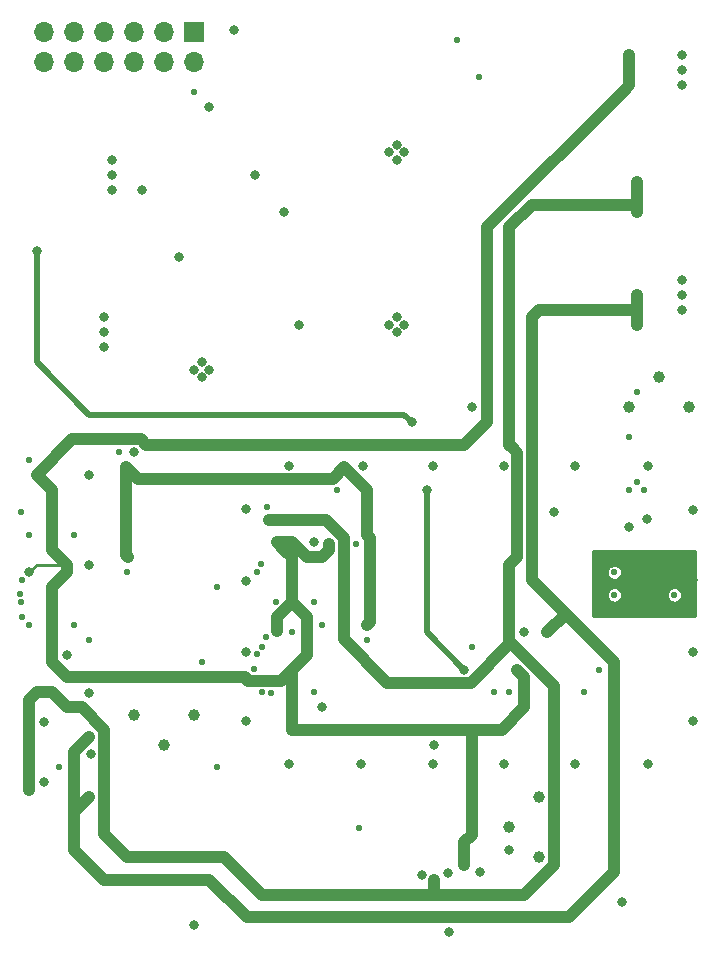
<source format=gbr>
%TF.GenerationSoftware,KiCad,Pcbnew,(5.1.5)-3*%
%TF.CreationDate,2020-10-12T09:52:32+02:00*%
%TF.ProjectId,PmodADC,506d6f64-4144-4432-9e6b-696361645f70,rev?*%
%TF.SameCoordinates,Original*%
%TF.FileFunction,Copper,L3,Inr*%
%TF.FilePolarity,Positive*%
%FSLAX46Y46*%
G04 Gerber Fmt 4.6, Leading zero omitted, Abs format (unit mm)*
G04 Created by KiCad (PCBNEW (5.1.5)-3) date 2020-10-12 09:52:32*
%MOMM*%
%LPD*%
G04 APERTURE LIST*
%TA.AperFunction,ViaPad*%
%ADD10O,1.700000X1.700000*%
%TD*%
%TA.AperFunction,ViaPad*%
%ADD11R,1.700000X1.700000*%
%TD*%
%TA.AperFunction,ViaPad*%
%ADD12C,1.000000*%
%TD*%
%TA.AperFunction,ViaPad*%
%ADD13C,0.800000*%
%TD*%
%TA.AperFunction,ViaPad*%
%ADD14C,0.550000*%
%TD*%
%TA.AperFunction,Conductor*%
%ADD15C,0.500000*%
%TD*%
%TA.AperFunction,Conductor*%
%ADD16C,1.000000*%
%TD*%
%TA.AperFunction,Conductor*%
%ADD17C,0.250000*%
%TD*%
%TA.AperFunction,Conductor*%
%ADD18C,0.254000*%
%TD*%
G04 APERTURE END LIST*
D10*
%TO.N,GND*%
%TO.C,J3*%
X-29845000Y123190000D03*
X-29845000Y125730000D03*
%TO.N,+3V3*%
X-27305000Y123190000D03*
X-27305000Y125730000D03*
%TO.N,/COMP*%
X-24765000Y123190000D03*
%TO.N,/S&H*%
X-24765000Y125730000D03*
%TO.N,/DAC_S*%
X-22225000Y123190000D03*
%TO.N,/ADC_S*%
X-22225000Y125730000D03*
%TO.N,/DAC_C*%
X-19685000Y123190000D03*
%TO.N,/ADC_C*%
X-19685000Y125730000D03*
%TO.N,/DAC_L*%
X-17145000Y123190000D03*
D11*
%TO.N,/ADC_L*%
X-17145000Y125730000D03*
%TD*%
D12*
%TO.N,GND*%
%TO.C,RV3*%
X-17145000Y67945000D03*
%TO.N,Net-(C37-Pad1)*%
X-22225000Y67945000D03*
%TO.N,Net-(RV3-Pad2)*%
X-19685000Y65405000D03*
%TD*%
%TO.N,+9V*%
%TO.C,RV2*%
X19685000Y93980000D03*
%TO.N,Net-(R65-Pad2)*%
X24765000Y93980000D03*
%TO.N,Net-(RV2-Pad2)*%
X22225000Y96520000D03*
%TD*%
%TO.N,N/C*%
%TO.C,RV1*%
X12065000Y55880000D03*
%TO.N,Net-(R37-Pad2)*%
X12065000Y60960000D03*
%TO.N,Net-(R38-Pad1)*%
X9525000Y58420000D03*
%TD*%
D13*
%TO.N,GND*%
X-26035000Y88265000D03*
X-24130000Y112395000D03*
X-24130000Y113665000D03*
X-24130000Y114935000D03*
X0Y116205000D03*
X-635000Y115570000D03*
X635000Y115570000D03*
X0Y114935000D03*
X0Y101600000D03*
X-635000Y100965000D03*
X635000Y100965000D03*
X0Y100330000D03*
X-24765000Y99060000D03*
X-24765000Y100330000D03*
X-24765000Y101600000D03*
X-15875000Y97155000D03*
X-16510000Y97790000D03*
X-17145000Y97155000D03*
X-16510000Y96520000D03*
X-8255000Y100965000D03*
X-18415000Y106680000D03*
X-15875000Y119380000D03*
X-17145000Y50165000D03*
X19050000Y52070000D03*
X4445000Y49530000D03*
X9525000Y56515000D03*
X-29845000Y62230000D03*
X-29845000Y67310000D03*
X-27940000Y73025000D03*
X-26035000Y80645000D03*
D14*
X-31811055Y77473642D03*
X-22860000Y80010000D03*
X-15240000Y78740000D03*
X-16510000Y72390000D03*
X-26035000Y74295000D03*
D13*
X13335000Y85090000D03*
X17145000Y81280000D03*
X17145000Y78105000D03*
X-6985000Y82550000D03*
X-6350000Y68580000D03*
X10795000Y74950019D03*
X2167810Y54417257D03*
X-25892175Y64627175D03*
X-26035000Y69759990D03*
D14*
X-6350000Y75565000D03*
X-2540000Y74295000D03*
X-12065000Y71800011D03*
X-5080000Y86995000D03*
X17145000Y71755000D03*
X9525000Y69850000D03*
D13*
X3175000Y65405000D03*
X6350000Y93980000D03*
X-22225000Y90170000D03*
X-21590000Y112395000D03*
D14*
X6350000Y73660000D03*
X-31806386Y85147159D03*
D13*
X19685000Y83820000D03*
X21135012Y84520447D03*
X-13774840Y125925160D03*
D14*
X-3429000Y82423000D03*
D13*
X24130000Y123825000D03*
X24130000Y122555000D03*
X24130000Y121285000D03*
X24130000Y104775000D03*
X24130000Y103505000D03*
X24130000Y102235000D03*
X-9100000Y89000000D03*
X-2900000Y89000000D03*
X3100000Y89000000D03*
X9100000Y89000000D03*
X15100000Y89000000D03*
X21300000Y89000000D03*
D14*
X-11024978Y85512213D03*
D13*
X-12800000Y85400000D03*
X-12800000Y79300000D03*
X-12800000Y73300000D03*
X-12800000Y67400000D03*
X-9100000Y63800000D03*
X-3000000Y63800000D03*
X3100000Y63800000D03*
X9100000Y63800000D03*
X15100000Y63800000D03*
X21300000Y63800000D03*
X25100000Y67400000D03*
X25100000Y73300000D03*
X25100000Y79400000D03*
X25100000Y85300000D03*
D14*
%TO.N,+3V3*%
X1270000Y92710000D03*
X2540000Y86995000D03*
D13*
X5715000Y71755000D03*
X-30480000Y107190000D03*
X1270000Y92710000D03*
X2540000Y86995000D03*
%TO.N,+5V*%
X-27940000Y80645000D03*
X5715000Y55245000D03*
X-31115000Y80010000D03*
X-29210000Y72390000D03*
X-30480000Y88265000D03*
X19685000Y121285000D03*
X19685000Y122555000D03*
X19685000Y123825000D03*
X-10160000Y82550000D03*
X-5715000Y82444989D03*
X-8890000Y66675000D03*
D14*
X10160000Y71755000D03*
D13*
X-10160000Y75020010D03*
%TO.N,Net-(C11-Pad1)*%
X-9525000Y110490000D03*
X-11974990Y113665000D03*
%TO.N,+9V*%
X-10795000Y84455000D03*
X20320000Y113030000D03*
X20320000Y111760000D03*
X20320000Y111760000D03*
X20320000Y110490000D03*
D14*
X9525000Y80645000D03*
X3175000Y53975000D03*
X-31115000Y66040000D03*
X-29845000Y69850000D03*
X9525000Y90805000D03*
D13*
%TO.N,-9V*%
X20320000Y103505000D03*
X20320000Y102235000D03*
X20320000Y100965000D03*
D14*
X-26035000Y66040000D03*
X-26035000Y60960000D03*
X-1270000Y50800000D03*
X12700000Y74930000D03*
%TO.N,/COMP*%
X8255000Y69850000D03*
X6985000Y121920000D03*
%TO.N,/S&H*%
X20955000Y86995000D03*
X5080000Y125095000D03*
%TO.N,/DAC_S*%
X-31750000Y76200000D03*
X-17145000Y120650000D03*
%TO.N,/ADC_S*%
X-11430000Y69850000D03*
%TO.N,/DAC_C*%
X-31750000Y79375000D03*
X-31115000Y89535000D03*
%TO.N,/ADC_C*%
X-11398972Y73702673D03*
X-11463472Y80736038D03*
%TO.N,/DAC_L*%
X-31884976Y78220000D03*
X-23495000Y90170000D03*
%TO.N,/ADC_L*%
X-11824990Y73085399D03*
X-11824990Y80078906D03*
D13*
%TO.N,Net-(R38-Pad1)*%
X4348500Y54559183D03*
X7075010Y54610000D03*
D14*
%TO.N,Net-(R65-Pad2)*%
X19685000Y86995000D03*
X19685000Y91440000D03*
%TO.N,Net-(RV2-Pad2)*%
X20320000Y87630000D03*
X20320000Y95250000D03*
%TO.N,Net-(U1-Pad9)*%
X-11065001Y74565001D03*
X-8891832Y74936341D03*
%TO.N,Net-(U1-Pad15)*%
X-6985000Y69850000D03*
X-10680791Y69815295D03*
%TO.N,Net-(U2-Pad15)*%
X-6985000Y77470000D03*
X-10214437Y77524437D03*
%TO.N,Net-(U12-Pad15)*%
X-31115000Y75565000D03*
X-27305000Y75565000D03*
%TO.N,Net-(U13-Pad15)*%
X-31115000Y83185000D03*
X-27305000Y83185000D03*
%TO.N,Net-(JP2-Pad3)*%
X15875000Y69850000D03*
X-3175000Y58360000D03*
%TO.N,Net-(JP2-Pad1)*%
X18415000Y78105000D03*
X23495000Y78105000D03*
X18415000Y80010000D03*
%TO.N,Net-(JP3-Pad2)*%
X-15240000Y63500000D03*
X-28575000Y63500000D03*
D13*
%TO.N,/Vref_5V*%
X-2540000Y75565000D03*
X-2540000Y86995000D03*
D14*
X-2540000Y83185000D03*
D13*
X-22950010Y88900000D03*
X-22769990Y81280000D03*
%TD*%
D15*
%TO.N,+3V3*%
X-30480000Y107190000D02*
X-30480000Y97790000D01*
X-30480000Y97790000D02*
X-26035000Y93345000D01*
X-26035000Y93345000D02*
X635000Y93345000D01*
X635000Y93345000D02*
X1270000Y92710000D01*
X2540000Y74930000D02*
X5715000Y71755000D01*
X2540000Y86995000D02*
X2540000Y74930000D01*
D16*
%TO.N,+5V*%
X-27940000Y80645000D02*
X-29210000Y81915000D01*
X-27940000Y80010000D02*
X-27940000Y80645000D01*
X-29210000Y78740000D02*
X-27940000Y80010000D01*
X-29210000Y72390000D02*
X-29210000Y78740000D01*
X-8890000Y71755000D02*
X-8890000Y66675000D01*
X6350000Y66675000D02*
X6350000Y57785000D01*
X-8890000Y66675000D02*
X6350000Y66675000D01*
X6350000Y57785000D02*
X5715000Y57150000D01*
X5715000Y57150000D02*
X5715000Y55245000D01*
D17*
X-30480000Y80645000D02*
X-31115000Y80010000D01*
X-27940000Y80645000D02*
X-30480000Y80645000D01*
D16*
X-29210000Y86995000D02*
X-30480000Y88265000D01*
X-29210000Y81915000D02*
X-29210000Y86360000D01*
X-29210000Y86360000D02*
X-29210000Y86995000D01*
X19685000Y121285000D02*
X19685000Y122555000D01*
X19685000Y122555000D02*
X19685000Y123825000D01*
X-10160000Y82550000D02*
X-8890000Y82550000D01*
X-5715000Y81879304D02*
X-6314304Y81280000D01*
X-5715000Y82444989D02*
X-5715000Y81879304D01*
X-6314304Y81280000D02*
X-7620000Y81280000D01*
X-7620000Y81280000D02*
X-8890000Y82550000D01*
X6350000Y66675000D02*
X8890000Y66675000D01*
X8890000Y66675000D02*
X10795000Y68580000D01*
X10795000Y68580000D02*
X10795000Y71120000D01*
X10795000Y71120000D02*
X10160000Y71755000D01*
X-28810001Y71990001D02*
X-29210000Y72390000D01*
X-12873002Y71120000D02*
X-27940000Y71120000D01*
X-12578003Y70825001D02*
X-12873002Y71120000D01*
X-27940000Y71120000D02*
X-28810001Y71990001D01*
X-9819999Y70825001D02*
X-12578003Y70825001D01*
X-8890000Y71755000D02*
X-9819999Y70825001D01*
X-30480000Y88265000D02*
X-27474999Y91270001D01*
X7620000Y109220000D02*
X19285001Y120885001D01*
X-27474999Y91270001D02*
X-21696999Y91270001D01*
X5715000Y90805000D02*
X7620000Y92710000D01*
X-21696999Y91270001D02*
X-21231998Y90805000D01*
X-21231998Y90805000D02*
X5715000Y90805000D01*
X19285001Y120885001D02*
X19685000Y121285000D01*
X7620000Y92710000D02*
X7620000Y109220000D01*
X-10160000Y82550000D02*
X-9525000Y81915000D01*
X-9525000Y81915000D02*
X-8890000Y81280000D01*
X-8890000Y81280000D02*
X-8890000Y77470000D01*
X-7620000Y76200000D02*
X-8890000Y77470000D01*
X-8890000Y71755000D02*
X-7620000Y73025000D01*
X-7620000Y73025000D02*
X-7620000Y76200000D01*
X-10160000Y76200000D02*
X-10160000Y75585695D01*
X-8890000Y77470000D02*
X-10160000Y76200000D01*
X-10160000Y75585695D02*
X-10160000Y75020010D01*
%TO.N,+9V*%
X9525000Y107950000D02*
X9525000Y109220000D01*
X9525000Y109220000D02*
X11430000Y111125000D01*
X11430000Y111125000D02*
X20320000Y111125000D01*
X20320000Y111125000D02*
X20320000Y113030000D01*
X20320000Y111125000D02*
X20320000Y111760000D01*
X20320000Y111125000D02*
X20320000Y110490000D01*
X-30480000Y69850000D02*
X-31115000Y69215000D01*
X-14605000Y55880000D02*
X-22816002Y55880000D01*
X-22816002Y55880000D02*
X-24765000Y57828998D01*
X-11430000Y52705000D02*
X-14605000Y55880000D01*
X-24765000Y57828998D02*
X-24765000Y66675000D01*
X-27940000Y68580000D02*
X-29210000Y69850000D01*
X-26670000Y68580000D02*
X-27940000Y68580000D01*
X-24765000Y66675000D02*
X-26670000Y68580000D01*
X9525000Y74930000D02*
X9525000Y80645000D01*
X3175000Y52705000D02*
X3175000Y53975000D01*
X3175000Y52705000D02*
X-11430000Y52705000D01*
X-31115000Y69215000D02*
X-31115000Y66040000D01*
X-31115000Y66040000D02*
X-31115000Y61595000D01*
X-29210000Y69850000D02*
X-29845000Y69850000D01*
X-29845000Y69850000D02*
X-30480000Y69850000D01*
X-10795000Y84455000D02*
X-6027940Y84455000D01*
X-6027940Y84455000D02*
X-4514989Y82942049D01*
X6243001Y70654999D02*
X9525000Y73936998D01*
X-4514989Y74364989D02*
X-804999Y70654999D01*
X9525000Y73936998D02*
X9525000Y74930000D01*
X-804999Y70654999D02*
X6243001Y70654999D01*
X-4514989Y82942049D02*
X-4514989Y74364989D01*
X13335000Y55245000D02*
X10795000Y52705000D01*
X10795000Y52705000D02*
X3175000Y52705000D01*
X9525000Y74930000D02*
X9525000Y74191740D01*
X9525000Y74191740D02*
X13335000Y70381740D01*
X13335000Y70381740D02*
X13335000Y55245000D01*
X9525000Y90805000D02*
X9525000Y107950000D01*
X10200001Y90129999D02*
X9799999Y90530001D01*
X10200001Y81320001D02*
X10200001Y90129999D01*
X9799999Y90530001D02*
X9525000Y90805000D01*
X9525000Y80645000D02*
X10200001Y81320001D01*
%TO.N,-9V*%
X20320000Y103505000D02*
X20320000Y100965000D01*
X19685000Y102235000D02*
X20320000Y102235000D01*
X12065000Y102235000D02*
X19685000Y102235000D01*
X-27305000Y56515000D02*
X-24765000Y53975000D01*
X-26035000Y66040000D02*
X-27305000Y64770000D01*
X-24765000Y53975000D02*
X-15875000Y53975000D01*
X18415000Y54610000D02*
X18415000Y72390000D01*
X14605000Y50800000D02*
X18415000Y54610000D01*
X11430000Y101600000D02*
X12065000Y102235000D01*
X-15875000Y53975000D02*
X-12700000Y50800000D01*
X11430000Y79375000D02*
X11430000Y101600000D01*
X-27305000Y59690000D02*
X-26035000Y60960000D01*
X-27305000Y64770000D02*
X-27305000Y59690000D01*
X-27305000Y59690000D02*
X-27305000Y56515000D01*
X-12700000Y50800000D02*
X-1270000Y50800000D01*
X-1270000Y50800000D02*
X14605000Y50800000D01*
X14287500Y76517500D02*
X12700000Y74930000D01*
X14287500Y76517500D02*
X11430000Y79375000D01*
X18415000Y72390000D02*
X14287500Y76517500D01*
%TO.N,/Vref_5V*%
X-2540000Y86995000D02*
X-2540000Y83185000D01*
X-22950010Y81460020D02*
X-22769990Y81280000D01*
X-22950010Y88900000D02*
X-22950010Y81460020D01*
X-2265001Y82910001D02*
X-2265001Y75839999D01*
X-2265001Y75839999D02*
X-2540000Y75565000D01*
X-2540000Y83185000D02*
X-2265001Y82910001D01*
X-5445001Y87899999D02*
X-21950009Y87899999D01*
X-22550011Y88500001D02*
X-22950010Y88900000D01*
X-4445000Y88900000D02*
X-5445001Y87899999D01*
X-21950009Y87899999D02*
X-22550011Y88500001D01*
X-2540000Y86995000D02*
X-4445000Y88900000D01*
%TD*%
D18*
%TO.N,GND*%
G36*
X25273000Y76327000D02*
G01*
X16637000Y76327000D01*
X16637000Y78169610D01*
X17759000Y78169610D01*
X17759000Y78040390D01*
X17784210Y77913652D01*
X17833660Y77794268D01*
X17905452Y77686824D01*
X17996824Y77595452D01*
X18104268Y77523660D01*
X18223652Y77474210D01*
X18350390Y77449000D01*
X18479610Y77449000D01*
X18606348Y77474210D01*
X18725732Y77523660D01*
X18833176Y77595452D01*
X18924548Y77686824D01*
X18996340Y77794268D01*
X19045790Y77913652D01*
X19071000Y78040390D01*
X19071000Y78169610D01*
X22839000Y78169610D01*
X22839000Y78040390D01*
X22864210Y77913652D01*
X22913660Y77794268D01*
X22985452Y77686824D01*
X23076824Y77595452D01*
X23184268Y77523660D01*
X23303652Y77474210D01*
X23430390Y77449000D01*
X23559610Y77449000D01*
X23686348Y77474210D01*
X23805732Y77523660D01*
X23913176Y77595452D01*
X24004548Y77686824D01*
X24076340Y77794268D01*
X24125790Y77913652D01*
X24151000Y78040390D01*
X24151000Y78169610D01*
X24125790Y78296348D01*
X24076340Y78415732D01*
X24004548Y78523176D01*
X23913176Y78614548D01*
X23805732Y78686340D01*
X23686348Y78735790D01*
X23559610Y78761000D01*
X23430390Y78761000D01*
X23303652Y78735790D01*
X23184268Y78686340D01*
X23076824Y78614548D01*
X22985452Y78523176D01*
X22913660Y78415732D01*
X22864210Y78296348D01*
X22839000Y78169610D01*
X19071000Y78169610D01*
X19045790Y78296348D01*
X18996340Y78415732D01*
X18924548Y78523176D01*
X18833176Y78614548D01*
X18725732Y78686340D01*
X18606348Y78735790D01*
X18479610Y78761000D01*
X18350390Y78761000D01*
X18223652Y78735790D01*
X18104268Y78686340D01*
X17996824Y78614548D01*
X17905452Y78523176D01*
X17833660Y78415732D01*
X17784210Y78296348D01*
X17759000Y78169610D01*
X16637000Y78169610D01*
X16637000Y80074610D01*
X17759000Y80074610D01*
X17759000Y79945390D01*
X17784210Y79818652D01*
X17833660Y79699268D01*
X17905452Y79591824D01*
X17996824Y79500452D01*
X18104268Y79428660D01*
X18223652Y79379210D01*
X18350390Y79354000D01*
X18479610Y79354000D01*
X18606348Y79379210D01*
X18725732Y79428660D01*
X18833176Y79500452D01*
X18924548Y79591824D01*
X18996340Y79699268D01*
X19045790Y79818652D01*
X19071000Y79945390D01*
X19071000Y80074610D01*
X19045790Y80201348D01*
X18996340Y80320732D01*
X18924548Y80428176D01*
X18833176Y80519548D01*
X18725732Y80591340D01*
X18606348Y80640790D01*
X18479610Y80666000D01*
X18350390Y80666000D01*
X18223652Y80640790D01*
X18104268Y80591340D01*
X17996824Y80519548D01*
X17905452Y80428176D01*
X17833660Y80320732D01*
X17784210Y80201348D01*
X17759000Y80074610D01*
X16637000Y80074610D01*
X16637000Y81788000D01*
X25273000Y81788000D01*
X25273000Y76327000D01*
G37*
X25273000Y76327000D02*
X16637000Y76327000D01*
X16637000Y78169610D01*
X17759000Y78169610D01*
X17759000Y78040390D01*
X17784210Y77913652D01*
X17833660Y77794268D01*
X17905452Y77686824D01*
X17996824Y77595452D01*
X18104268Y77523660D01*
X18223652Y77474210D01*
X18350390Y77449000D01*
X18479610Y77449000D01*
X18606348Y77474210D01*
X18725732Y77523660D01*
X18833176Y77595452D01*
X18924548Y77686824D01*
X18996340Y77794268D01*
X19045790Y77913652D01*
X19071000Y78040390D01*
X19071000Y78169610D01*
X22839000Y78169610D01*
X22839000Y78040390D01*
X22864210Y77913652D01*
X22913660Y77794268D01*
X22985452Y77686824D01*
X23076824Y77595452D01*
X23184268Y77523660D01*
X23303652Y77474210D01*
X23430390Y77449000D01*
X23559610Y77449000D01*
X23686348Y77474210D01*
X23805732Y77523660D01*
X23913176Y77595452D01*
X24004548Y77686824D01*
X24076340Y77794268D01*
X24125790Y77913652D01*
X24151000Y78040390D01*
X24151000Y78169610D01*
X24125790Y78296348D01*
X24076340Y78415732D01*
X24004548Y78523176D01*
X23913176Y78614548D01*
X23805732Y78686340D01*
X23686348Y78735790D01*
X23559610Y78761000D01*
X23430390Y78761000D01*
X23303652Y78735790D01*
X23184268Y78686340D01*
X23076824Y78614548D01*
X22985452Y78523176D01*
X22913660Y78415732D01*
X22864210Y78296348D01*
X22839000Y78169610D01*
X19071000Y78169610D01*
X19045790Y78296348D01*
X18996340Y78415732D01*
X18924548Y78523176D01*
X18833176Y78614548D01*
X18725732Y78686340D01*
X18606348Y78735790D01*
X18479610Y78761000D01*
X18350390Y78761000D01*
X18223652Y78735790D01*
X18104268Y78686340D01*
X17996824Y78614548D01*
X17905452Y78523176D01*
X17833660Y78415732D01*
X17784210Y78296348D01*
X17759000Y78169610D01*
X16637000Y78169610D01*
X16637000Y80074610D01*
X17759000Y80074610D01*
X17759000Y79945390D01*
X17784210Y79818652D01*
X17833660Y79699268D01*
X17905452Y79591824D01*
X17996824Y79500452D01*
X18104268Y79428660D01*
X18223652Y79379210D01*
X18350390Y79354000D01*
X18479610Y79354000D01*
X18606348Y79379210D01*
X18725732Y79428660D01*
X18833176Y79500452D01*
X18924548Y79591824D01*
X18996340Y79699268D01*
X19045790Y79818652D01*
X19071000Y79945390D01*
X19071000Y80074610D01*
X19045790Y80201348D01*
X18996340Y80320732D01*
X18924548Y80428176D01*
X18833176Y80519548D01*
X18725732Y80591340D01*
X18606348Y80640790D01*
X18479610Y80666000D01*
X18350390Y80666000D01*
X18223652Y80640790D01*
X18104268Y80591340D01*
X17996824Y80519548D01*
X17905452Y80428176D01*
X17833660Y80320732D01*
X17784210Y80201348D01*
X17759000Y80074610D01*
X16637000Y80074610D01*
X16637000Y81788000D01*
X25273000Y81788000D01*
X25273000Y76327000D01*
%TD*%
M02*

</source>
